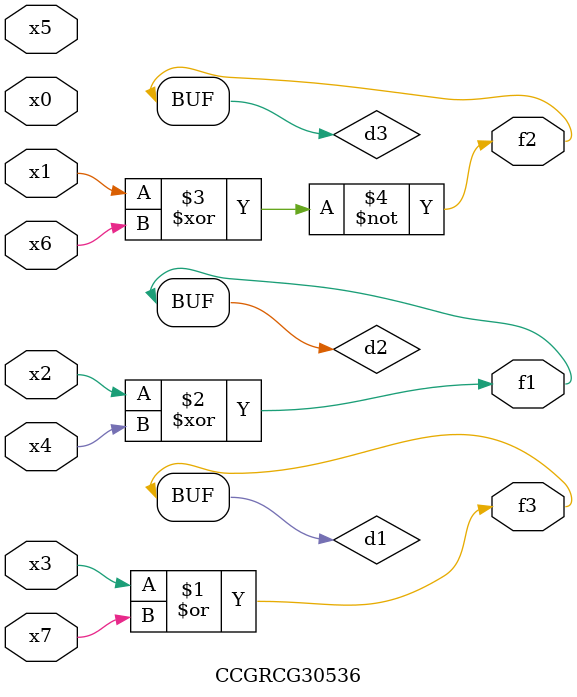
<source format=v>
module CCGRCG30536(
	input x0, x1, x2, x3, x4, x5, x6, x7,
	output f1, f2, f3
);

	wire d1, d2, d3;

	or (d1, x3, x7);
	xor (d2, x2, x4);
	xnor (d3, x1, x6);
	assign f1 = d2;
	assign f2 = d3;
	assign f3 = d1;
endmodule

</source>
